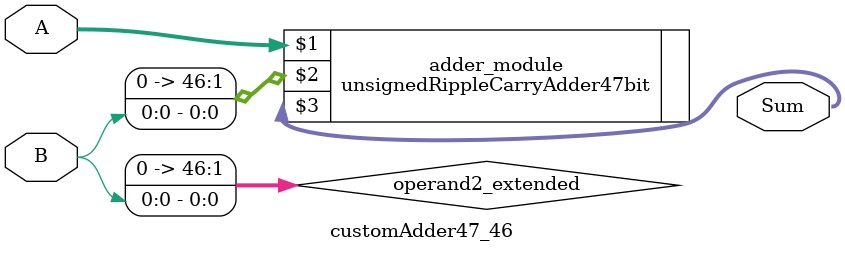
<source format=v>
module customAdder47_46(
                        input [46 : 0] A,
                        input [0 : 0] B,
                        
                        output [47 : 0] Sum
                );

        wire [46 : 0] operand2_extended;
        
        assign operand2_extended =  {46'b0, B};
        
        unsignedRippleCarryAdder47bit adder_module(
            A,
            operand2_extended,
            Sum
        );
        
        endmodule
        
</source>
